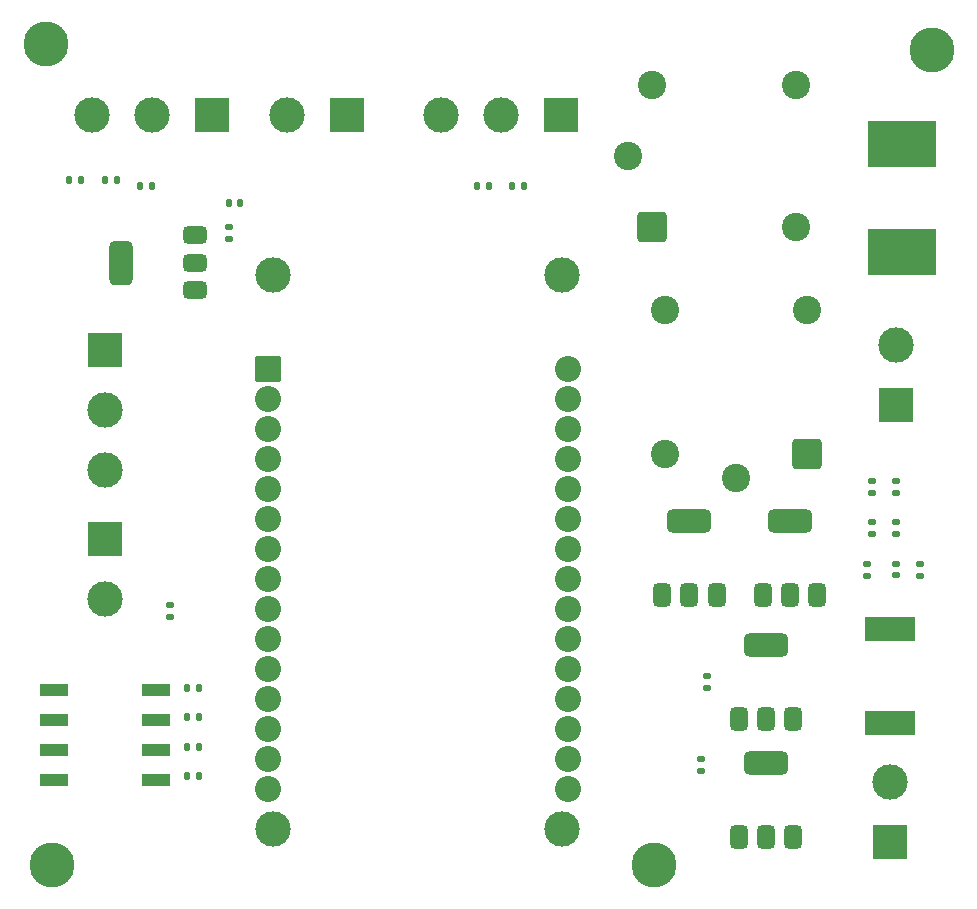
<source format=gbr>
%TF.GenerationSoftware,KiCad,Pcbnew,8.0.2*%
%TF.CreationDate,2025-03-15T23:19:11-04:00*%
%TF.ProjectId,proyecto final,70726f79-6563-4746-9f20-66696e616c2e,rev?*%
%TF.SameCoordinates,Original*%
%TF.FileFunction,Soldermask,Top*%
%TF.FilePolarity,Negative*%
%FSLAX46Y46*%
G04 Gerber Fmt 4.6, Leading zero omitted, Abs format (unit mm)*
G04 Created by KiCad (PCBNEW 8.0.2) date 2025-03-15 23:19:11*
%MOMM*%
%LPD*%
G01*
G04 APERTURE LIST*
G04 Aperture macros list*
%AMRoundRect*
0 Rectangle with rounded corners*
0 $1 Rounding radius*
0 $2 $3 $4 $5 $6 $7 $8 $9 X,Y pos of 4 corners*
0 Add a 4 corners polygon primitive as box body*
4,1,4,$2,$3,$4,$5,$6,$7,$8,$9,$2,$3,0*
0 Add four circle primitives for the rounded corners*
1,1,$1+$1,$2,$3*
1,1,$1+$1,$4,$5*
1,1,$1+$1,$6,$7*
1,1,$1+$1,$8,$9*
0 Add four rect primitives between the rounded corners*
20,1,$1+$1,$2,$3,$4,$5,0*
20,1,$1+$1,$4,$5,$6,$7,0*
20,1,$1+$1,$6,$7,$8,$9,0*
20,1,$1+$1,$8,$9,$2,$3,0*%
G04 Aperture macros list end*
%ADD10RoundRect,0.140000X0.170000X-0.140000X0.170000X0.140000X-0.170000X0.140000X-0.170000X-0.140000X0*%
%ADD11RoundRect,0.140000X-0.140000X-0.170000X0.140000X-0.170000X0.140000X0.170000X-0.140000X0.170000X0*%
%ADD12RoundRect,0.375000X0.375000X-0.625000X0.375000X0.625000X-0.375000X0.625000X-0.375000X-0.625000X0*%
%ADD13RoundRect,0.500000X1.400000X-0.500000X1.400000X0.500000X-1.400000X0.500000X-1.400000X-0.500000X0*%
%ADD14RoundRect,0.135000X0.135000X0.185000X-0.135000X0.185000X-0.135000X-0.185000X0.135000X-0.185000X0*%
%ADD15C,3.800000*%
%ADD16R,3.000000X3.000000*%
%ADD17C,3.000000*%
%ADD18RoundRect,0.135000X0.185000X-0.135000X0.185000X0.135000X-0.185000X0.135000X-0.185000X-0.135000X0*%
%ADD19RoundRect,0.375000X0.625000X0.375000X-0.625000X0.375000X-0.625000X-0.375000X0.625000X-0.375000X0*%
%ADD20RoundRect,0.500000X0.500000X1.400000X-0.500000X1.400000X-0.500000X-1.400000X0.500000X-1.400000X0*%
%ADD21R,4.200000X2.000000*%
%ADD22RoundRect,0.135000X-0.185000X0.135000X-0.185000X-0.135000X0.185000X-0.135000X0.185000X0.135000X0*%
%ADD23RoundRect,0.147500X0.172500X-0.147500X0.172500X0.147500X-0.172500X0.147500X-0.172500X-0.147500X0*%
%ADD24RoundRect,0.135000X-0.135000X-0.185000X0.135000X-0.185000X0.135000X0.185000X-0.135000X0.185000X0*%
%ADD25R,5.840000X3.940000*%
%ADD26RoundRect,0.102000X-1.000000X-1.000000X1.000000X-1.000000X1.000000X1.000000X-1.000000X1.000000X0*%
%ADD27C,2.204000*%
%ADD28C,2.400000*%
%ADD29RoundRect,0.250000X1.000000X-1.000000X1.000000X1.000000X-1.000000X1.000000X-1.000000X-1.000000X0*%
%ADD30RoundRect,0.250000X1.000000X1.000000X-1.000000X1.000000X-1.000000X-1.000000X1.000000X-1.000000X0*%
%ADD31R,2.440000X1.120000*%
G04 APERTURE END LIST*
D10*
%TO.C,C4*%
X112500000Y-70980000D03*
X112500000Y-70020000D03*
%TD*%
D11*
%TO.C,C3*%
X112520000Y-68000000D03*
X113480000Y-68000000D03*
%TD*%
D12*
%TO.C,Q2*%
X155700000Y-121650000D03*
X158000000Y-121650000D03*
D13*
X158000000Y-115350000D03*
D12*
X160300000Y-121650000D03*
%TD*%
D14*
%TO.C,R9*%
X110010000Y-111500000D03*
X108990000Y-111500000D03*
%TD*%
D15*
%TO.C,REF\u002A\u002A*%
X97000000Y-54500000D03*
%TD*%
D16*
%TO.C,J4*%
X140660000Y-60500000D03*
D17*
X135580000Y-60500000D03*
X130500000Y-60500000D03*
%TD*%
D16*
%TO.C,J5*%
X102000000Y-96420000D03*
D17*
X102000000Y-101500000D03*
%TD*%
D18*
%TO.C,R15*%
X171000000Y-99520000D03*
X171000000Y-98500000D03*
%TD*%
D16*
%TO.C,J3*%
X111080000Y-60500000D03*
D17*
X106000000Y-60500000D03*
X100920000Y-60500000D03*
%TD*%
D14*
%TO.C,R10*%
X110010000Y-109000000D03*
X108990000Y-109000000D03*
%TD*%
D16*
%TO.C,J1*%
X122540000Y-60500000D03*
D17*
X117460000Y-60500000D03*
%TD*%
D14*
%TO.C,R3*%
X134520000Y-66500000D03*
X133500000Y-66500000D03*
%TD*%
%TO.C,R7*%
X110010000Y-116500000D03*
X108990000Y-116500000D03*
%TD*%
D19*
%TO.C,U1*%
X109650000Y-75300000D03*
X109650000Y-73000000D03*
X109650000Y-70700000D03*
D20*
X103350000Y-73000000D03*
%TD*%
D18*
%TO.C,R14*%
X167000000Y-92500000D03*
X167000000Y-91480000D03*
%TD*%
%TO.C,R16*%
X169000000Y-96020000D03*
X169000000Y-95000000D03*
%TD*%
D16*
%TO.C,J2*%
X102000000Y-80380000D03*
D17*
X102000000Y-85460000D03*
X102000000Y-90540000D03*
%TD*%
D21*
%TO.C,BZ1*%
X168500000Y-112000000D03*
X168500000Y-104000000D03*
%TD*%
D16*
%TO.C,J7*%
X168500000Y-122040000D03*
D17*
X168500000Y-116960000D03*
%TD*%
D22*
%TO.C,R12*%
X152500000Y-115000000D03*
X152500000Y-116020000D03*
%TD*%
D23*
%TO.C,D3*%
X169000000Y-99495000D03*
X169000000Y-98525000D03*
%TD*%
D18*
%TO.C,R17*%
X169000000Y-92530000D03*
X169000000Y-91510000D03*
%TD*%
D14*
%TO.C,R1*%
X100010000Y-66000000D03*
X98990000Y-66000000D03*
%TD*%
D16*
%TO.C,J6*%
X169000000Y-85040000D03*
D17*
X169000000Y-79960000D03*
%TD*%
D15*
%TO.C,REF\u002A\u002A*%
X148500000Y-124000000D03*
%TD*%
D18*
%TO.C,R6*%
X107500000Y-102980000D03*
X107500000Y-101960000D03*
%TD*%
D14*
%TO.C,R5*%
X137510000Y-66500000D03*
X136490000Y-66500000D03*
%TD*%
D18*
%TO.C,R13*%
X167000000Y-96020000D03*
X167000000Y-95000000D03*
%TD*%
D24*
%TO.C,R2*%
X104990000Y-66500000D03*
X106010000Y-66500000D03*
%TD*%
D14*
%TO.C,R4*%
X103000000Y-66000000D03*
X101980000Y-66000000D03*
%TD*%
D15*
%TO.C,REF\u002A\u002A*%
X97500000Y-124000000D03*
%TD*%
D25*
%TO.C,R18*%
X169500000Y-72075000D03*
X169500000Y-62925000D03*
%TD*%
D17*
%TO.C,U2*%
X116220000Y-74025000D03*
X116220000Y-120975000D03*
X140730000Y-74025000D03*
X140730000Y-120975000D03*
D26*
X115800000Y-81985000D03*
D27*
X115800000Y-84525000D03*
X115800000Y-87065000D03*
X115800000Y-89605000D03*
X115800000Y-92145000D03*
X115800000Y-94685000D03*
X115800000Y-97225000D03*
X115800000Y-99765000D03*
X115800000Y-102305000D03*
X115800000Y-104845000D03*
X115800000Y-107385000D03*
X115800000Y-109925000D03*
X115800000Y-112465000D03*
X115800000Y-115005000D03*
X115800000Y-117545000D03*
X141200000Y-117545000D03*
X141200000Y-115005000D03*
X141200000Y-112465000D03*
X141200000Y-109925000D03*
X141200000Y-107385000D03*
X141200000Y-104845000D03*
X141200000Y-102305000D03*
X141200000Y-99765000D03*
X141200000Y-97225000D03*
X141200000Y-94685000D03*
X141200000Y-92145000D03*
X141200000Y-89605000D03*
X141200000Y-87065000D03*
X141200000Y-84525000D03*
X141200000Y-81985000D03*
%TD*%
D12*
%TO.C,Q4*%
X157700000Y-101150000D03*
X160000000Y-101150000D03*
D13*
X160000000Y-94850000D03*
D12*
X162300000Y-101150000D03*
%TD*%
D14*
%TO.C,R8*%
X110010000Y-114000000D03*
X108990000Y-114000000D03*
%TD*%
D28*
%TO.C,K2*%
X146300000Y-64000000D03*
X160500000Y-58000000D03*
X160500000Y-70000000D03*
D29*
X148300000Y-70000000D03*
D28*
X148300000Y-58000000D03*
%TD*%
D23*
%TO.C,D2*%
X166500000Y-99510000D03*
X166500000Y-98540000D03*
%TD*%
D28*
%TO.C,K1*%
X155432500Y-91200000D03*
X149432500Y-77000000D03*
X161432500Y-77000000D03*
D30*
X161432500Y-89200000D03*
D28*
X149432500Y-89200000D03*
%TD*%
D12*
%TO.C,Q3*%
X149200000Y-101150000D03*
X151500000Y-101150000D03*
D13*
X151500000Y-94850000D03*
D12*
X153800000Y-101150000D03*
%TD*%
D15*
%TO.C,REF\u002A\u002A*%
X172000000Y-55000000D03*
%TD*%
D12*
%TO.C,Q1*%
X155700000Y-111650000D03*
X158000000Y-111650000D03*
D13*
X158000000Y-105350000D03*
D12*
X160300000Y-111650000D03*
%TD*%
D18*
%TO.C,R11*%
X153000000Y-109020000D03*
X153000000Y-108000000D03*
%TD*%
D31*
%TO.C,SW1*%
X106305000Y-116770000D03*
X106305000Y-114230000D03*
X106305000Y-111690000D03*
X106305000Y-109150000D03*
X97695000Y-109150000D03*
X97695000Y-111690000D03*
X97695000Y-114230000D03*
X97695000Y-116770000D03*
%TD*%
M02*

</source>
